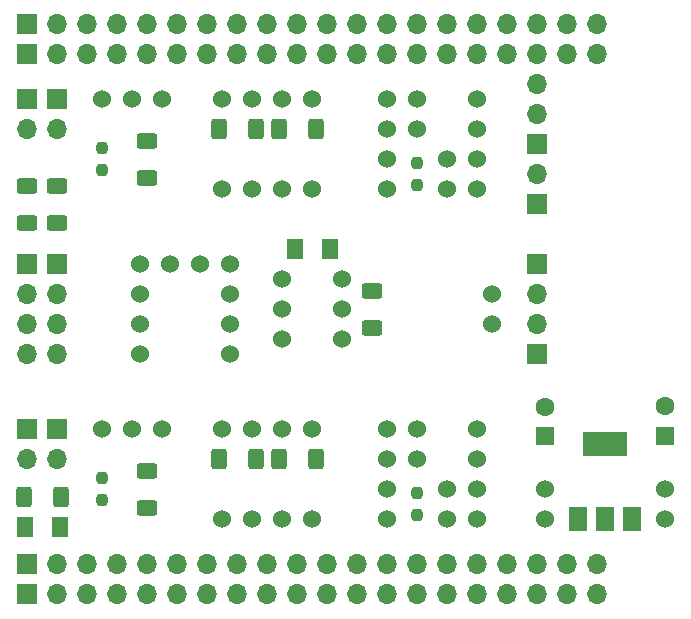
<source format=gts>
G04 #@! TF.GenerationSoftware,KiCad,Pcbnew,(6.0.0)*
G04 #@! TF.CreationDate,2024-05-18T14:09:02+02:00*
G04 #@! TF.ProjectId,Smart Servo Control Board Rev.1,536d6172-7420-4536-9572-766f20436f6e,rev?*
G04 #@! TF.SameCoordinates,Original*
G04 #@! TF.FileFunction,Soldermask,Top*
G04 #@! TF.FilePolarity,Negative*
%FSLAX46Y46*%
G04 Gerber Fmt 4.6, Leading zero omitted, Abs format (unit mm)*
G04 Created by KiCad (PCBNEW (6.0.0)) date 2024-05-18 14:09:02*
%MOMM*%
%LPD*%
G01*
G04 APERTURE LIST*
G04 Aperture macros list*
%AMRoundRect*
0 Rectangle with rounded corners*
0 $1 Rounding radius*
0 $2 $3 $4 $5 $6 $7 $8 $9 X,Y pos of 4 corners*
0 Add a 4 corners polygon primitive as box body*
4,1,4,$2,$3,$4,$5,$6,$7,$8,$9,$2,$3,0*
0 Add four circle primitives for the rounded corners*
1,1,$1+$1,$2,$3*
1,1,$1+$1,$4,$5*
1,1,$1+$1,$6,$7*
1,1,$1+$1,$8,$9*
0 Add four rect primitives between the rounded corners*
20,1,$1+$1,$2,$3,$4,$5,0*
20,1,$1+$1,$4,$5,$6,$7,0*
20,1,$1+$1,$6,$7,$8,$9,0*
20,1,$1+$1,$8,$9,$2,$3,0*%
G04 Aperture macros list end*
%ADD10R,1.600000X1.600000*%
%ADD11C,1.600000*%
%ADD12C,1.524000*%
%ADD13RoundRect,0.250000X0.400000X0.625000X-0.400000X0.625000X-0.400000X-0.625000X0.400000X-0.625000X0*%
%ADD14R,1.700000X1.700000*%
%ADD15O,1.700000X1.700000*%
%ADD16RoundRect,0.250001X0.462499X0.624999X-0.462499X0.624999X-0.462499X-0.624999X0.462499X-0.624999X0*%
%ADD17RoundRect,0.237500X-0.237500X0.250000X-0.237500X-0.250000X0.237500X-0.250000X0.237500X0.250000X0*%
%ADD18RoundRect,0.250000X0.625000X-0.400000X0.625000X0.400000X-0.625000X0.400000X-0.625000X-0.400000X0*%
%ADD19RoundRect,0.250000X-0.400000X-0.625000X0.400000X-0.625000X0.400000X0.625000X-0.400000X0.625000X0*%
%ADD20RoundRect,0.237500X0.237500X-0.250000X0.237500X0.250000X-0.237500X0.250000X-0.237500X-0.250000X0*%
%ADD21RoundRect,0.250000X-0.625000X0.400000X-0.625000X-0.400000X0.625000X-0.400000X0.625000X0.400000X0*%
%ADD22R,1.500000X2.000000*%
%ADD23R,3.800000X2.000000*%
G04 APERTURE END LIST*
D10*
X80645000Y-60260113D03*
D11*
X80645000Y-57760113D03*
D12*
X66040000Y-48260000D03*
X66040000Y-50800000D03*
D13*
X46000000Y-62230000D03*
X42900000Y-62230000D03*
D12*
X59690000Y-34290000D03*
X59690000Y-31750000D03*
X62230000Y-67310000D03*
X62230000Y-64770000D03*
D14*
X26670000Y-73660000D03*
D15*
X29210000Y-73660000D03*
X31750000Y-73660000D03*
X34290000Y-73660000D03*
X36830000Y-73660000D03*
X39370000Y-73660000D03*
X41910000Y-73660000D03*
X44450000Y-73660000D03*
X46990000Y-73660000D03*
X49530000Y-73660000D03*
X52070000Y-73660000D03*
X54610000Y-73660000D03*
X57150000Y-73660000D03*
X59690000Y-73660000D03*
X62230000Y-73660000D03*
X64770000Y-73660000D03*
X67310000Y-73660000D03*
X69850000Y-73660000D03*
X72390000Y-73660000D03*
X74930000Y-73660000D03*
D16*
X29427500Y-67945000D03*
X26452500Y-67945000D03*
D17*
X59690000Y-65127500D03*
X59690000Y-66952500D03*
D18*
X36830000Y-66320000D03*
X36830000Y-63220000D03*
D12*
X70485000Y-64770000D03*
X70485000Y-67310000D03*
X80645000Y-64770000D03*
X80645000Y-67310000D03*
D14*
X26670000Y-27940000D03*
D15*
X29210000Y-27940000D03*
X31750000Y-27940000D03*
X34290000Y-27940000D03*
X36830000Y-27940000D03*
X39370000Y-27940000D03*
X41910000Y-27940000D03*
X44450000Y-27940000D03*
X46990000Y-27940000D03*
X49530000Y-27940000D03*
X52070000Y-27940000D03*
X54610000Y-27940000D03*
X57150000Y-27940000D03*
X59690000Y-27940000D03*
X62230000Y-27940000D03*
X64770000Y-27940000D03*
X67310000Y-27940000D03*
X69850000Y-27940000D03*
X72390000Y-27940000D03*
X74930000Y-27940000D03*
D14*
X26670000Y-25400000D03*
D15*
X29210000Y-25400000D03*
X31750000Y-25400000D03*
X34290000Y-25400000D03*
X36830000Y-25400000D03*
X39370000Y-25400000D03*
X41910000Y-25400000D03*
X44450000Y-25400000D03*
X46990000Y-25400000D03*
X49530000Y-25400000D03*
X52070000Y-25400000D03*
X54610000Y-25400000D03*
X57150000Y-25400000D03*
X59690000Y-25400000D03*
X62230000Y-25400000D03*
X64770000Y-25400000D03*
X67310000Y-25400000D03*
X69850000Y-25400000D03*
X72390000Y-25400000D03*
X74930000Y-25400000D03*
D14*
X69850000Y-45720000D03*
D15*
X69850000Y-48260000D03*
D12*
X33020000Y-59690000D03*
X38100000Y-59690000D03*
X35560000Y-59690000D03*
D14*
X69850000Y-35545000D03*
D15*
X69850000Y-33005000D03*
X69850000Y-30465000D03*
D19*
X47980000Y-34290000D03*
X51080000Y-34290000D03*
D14*
X26670000Y-71120000D03*
D15*
X29210000Y-71120000D03*
X31750000Y-71120000D03*
X34290000Y-71120000D03*
X36830000Y-71120000D03*
X39370000Y-71120000D03*
X41910000Y-71120000D03*
X44450000Y-71120000D03*
X46990000Y-71120000D03*
X49530000Y-71120000D03*
X52070000Y-71120000D03*
X54610000Y-71120000D03*
X57150000Y-71120000D03*
X59690000Y-71120000D03*
X62230000Y-71120000D03*
X64770000Y-71120000D03*
X67310000Y-71120000D03*
X69850000Y-71120000D03*
X72390000Y-71120000D03*
X74930000Y-71120000D03*
D18*
X36830000Y-38380000D03*
X36830000Y-35280000D03*
X29210000Y-42190000D03*
X29210000Y-39090000D03*
D10*
X70485000Y-60285000D03*
D11*
X70485000Y-57785000D03*
D12*
X50800000Y-59690000D03*
X48260000Y-59690000D03*
X45720000Y-59690000D03*
X43180000Y-59690000D03*
X43180000Y-67310000D03*
X45720000Y-67310000D03*
X48260000Y-67310000D03*
X50800000Y-67310000D03*
D20*
X59690000Y-39012500D03*
X59690000Y-37187500D03*
D14*
X69850000Y-40640000D03*
D15*
X69850000Y-38100000D03*
D12*
X59690000Y-62230000D03*
X59690000Y-59690000D03*
D13*
X29490000Y-65405000D03*
X26390000Y-65405000D03*
D21*
X55880000Y-47980000D03*
X55880000Y-51080000D03*
D17*
X33020000Y-63857500D03*
X33020000Y-65682500D03*
D22*
X73265000Y-67285000D03*
X75565000Y-67285000D03*
D23*
X75565000Y-60985000D03*
D22*
X77865000Y-67285000D03*
D14*
X29210000Y-45720000D03*
D15*
X29210000Y-48260000D03*
X29210000Y-50800000D03*
X29210000Y-53340000D03*
D14*
X29210000Y-59690000D03*
D15*
X29210000Y-62230000D03*
D12*
X33020000Y-31750000D03*
X38100000Y-31750000D03*
X35560000Y-31750000D03*
D18*
X26670000Y-42190000D03*
X26670000Y-39090000D03*
D12*
X62230000Y-39370000D03*
X62230000Y-36830000D03*
D19*
X47980000Y-62230000D03*
X51080000Y-62230000D03*
D12*
X36195000Y-45720000D03*
X36195000Y-48260000D03*
X36195000Y-50800000D03*
X36195000Y-53340000D03*
X43815000Y-53340000D03*
X43815000Y-50800000D03*
X43815000Y-48260000D03*
X43815000Y-45720000D03*
D14*
X26670000Y-45720000D03*
D15*
X26670000Y-48260000D03*
X26670000Y-50800000D03*
X26670000Y-53340000D03*
D14*
X29210000Y-31750000D03*
D15*
X29210000Y-34290000D03*
D16*
X52287500Y-44450000D03*
X49312500Y-44450000D03*
D14*
X69850000Y-53340000D03*
D15*
X69850000Y-50800000D03*
D14*
X26670000Y-31750000D03*
D15*
X26670000Y-34290000D03*
D20*
X33020000Y-37742500D03*
X33020000Y-35917500D03*
D13*
X46000000Y-34290000D03*
X42900000Y-34290000D03*
D12*
X64770000Y-67310000D03*
X64770000Y-64770000D03*
X64770000Y-62230000D03*
X64770000Y-59690000D03*
X57150000Y-59690000D03*
X57150000Y-62230000D03*
X57150000Y-64770000D03*
X57150000Y-67310000D03*
X50800000Y-31750000D03*
X48260000Y-31750000D03*
X45720000Y-31750000D03*
X43180000Y-31750000D03*
X43180000Y-39370000D03*
X45720000Y-39370000D03*
X48260000Y-39370000D03*
X50800000Y-39370000D03*
X48260000Y-46990000D03*
X48260000Y-52070000D03*
X48260000Y-49530000D03*
X53340000Y-52070000D03*
X53340000Y-46990000D03*
X53340000Y-49530000D03*
X64770000Y-39370000D03*
X64770000Y-36830000D03*
X64770000Y-34290000D03*
X64770000Y-31750000D03*
X57150000Y-31750000D03*
X57150000Y-34290000D03*
X57150000Y-36830000D03*
X57150000Y-39370000D03*
D14*
X26670000Y-59690000D03*
D15*
X26670000Y-62230000D03*
D12*
X38735000Y-45720000D03*
X41275000Y-45720000D03*
M02*

</source>
